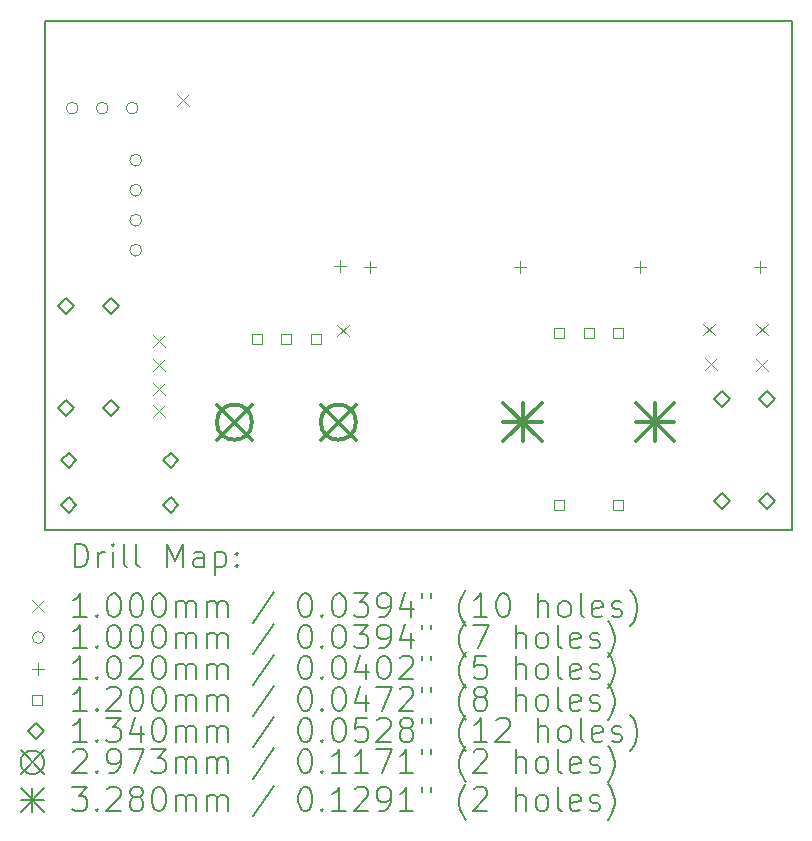
<source format=gbr>
%FSLAX45Y45*%
G04 Gerber Fmt 4.5, Leading zero omitted, Abs format (unit mm)*
G04 Created by KiCad (PCBNEW (6.0.4)) date 2022-04-25 16:11:08*
%MOMM*%
%LPD*%
G01*
G04 APERTURE LIST*
%TA.AperFunction,Profile*%
%ADD10C,0.200000*%
%TD*%
%ADD11C,0.200000*%
%ADD12C,0.100000*%
%ADD13C,0.102000*%
%ADD14C,0.120000*%
%ADD15C,0.134000*%
%ADD16C,0.297320*%
%ADD17C,0.328000*%
G04 APERTURE END LIST*
D10*
X1335000Y-1287725D02*
X7658000Y-1287725D01*
X7658000Y-1287725D02*
X7658000Y-5594000D01*
X7658000Y-5594000D02*
X1335000Y-5594000D01*
X1335000Y-5594000D02*
X1335000Y-1287725D01*
D11*
D12*
X2250000Y-3950000D02*
X2350000Y-4050000D01*
X2350000Y-3950000D02*
X2250000Y-4050000D01*
X2250000Y-4150000D02*
X2350000Y-4250000D01*
X2350000Y-4150000D02*
X2250000Y-4250000D01*
X2250000Y-4350000D02*
X2350000Y-4450000D01*
X2350000Y-4350000D02*
X2250000Y-4450000D01*
X2250000Y-4540000D02*
X2350000Y-4640000D01*
X2350000Y-4540000D02*
X2250000Y-4640000D01*
X2450000Y-1906000D02*
X2550000Y-2006000D01*
X2550000Y-1906000D02*
X2450000Y-2006000D01*
X3807462Y-3857412D02*
X3907462Y-3957412D01*
X3907462Y-3857412D02*
X3807462Y-3957412D01*
X6906926Y-3850000D02*
X7006926Y-3950000D01*
X7006926Y-3850000D02*
X6906926Y-3950000D01*
X6923000Y-4144000D02*
X7023000Y-4244000D01*
X7023000Y-4144000D02*
X6923000Y-4244000D01*
X7350000Y-3850000D02*
X7450000Y-3950000D01*
X7450000Y-3850000D02*
X7350000Y-3950000D01*
X7350000Y-4150000D02*
X7450000Y-4250000D01*
X7450000Y-4150000D02*
X7350000Y-4250000D01*
X1612382Y-2025000D02*
G75*
G03*
X1612382Y-2025000I-50000J0D01*
G01*
X1866382Y-2025000D02*
G75*
G03*
X1866382Y-2025000I-50000J0D01*
G01*
X2120382Y-2025000D02*
G75*
G03*
X2120382Y-2025000I-50000J0D01*
G01*
X2150000Y-2466000D02*
G75*
G03*
X2150000Y-2466000I-50000J0D01*
G01*
X2150000Y-2720000D02*
G75*
G03*
X2150000Y-2720000I-50000J0D01*
G01*
X2150000Y-2974000D02*
G75*
G03*
X2150000Y-2974000I-50000J0D01*
G01*
X2150000Y-3228000D02*
G75*
G03*
X2150000Y-3228000I-50000J0D01*
G01*
D13*
X3833000Y-3314000D02*
X3833000Y-3416000D01*
X3782000Y-3365000D02*
X3884000Y-3365000D01*
X4087000Y-3318000D02*
X4087000Y-3420000D01*
X4036000Y-3369000D02*
X4138000Y-3369000D01*
X5357000Y-3318000D02*
X5357000Y-3420000D01*
X5306000Y-3369000D02*
X5408000Y-3369000D01*
X6373000Y-3318000D02*
X6373000Y-3420000D01*
X6322000Y-3369000D02*
X6424000Y-3369000D01*
X7389000Y-3318000D02*
X7389000Y-3420000D01*
X7338000Y-3369000D02*
X7440000Y-3369000D01*
D14*
X3167809Y-4026427D02*
X3167809Y-3941573D01*
X3082955Y-3941573D01*
X3082955Y-4026427D01*
X3167809Y-4026427D01*
X3417809Y-4026427D02*
X3417809Y-3941573D01*
X3332955Y-3941573D01*
X3332955Y-4026427D01*
X3417809Y-4026427D01*
X3667809Y-4026427D02*
X3667809Y-3941573D01*
X3582955Y-3941573D01*
X3582955Y-4026427D01*
X3667809Y-4026427D01*
X5729809Y-3974427D02*
X5729809Y-3889573D01*
X5644955Y-3889573D01*
X5644955Y-3974427D01*
X5729809Y-3974427D01*
X5729809Y-5424427D02*
X5729809Y-5339573D01*
X5644955Y-5339573D01*
X5644955Y-5424427D01*
X5729809Y-5424427D01*
X5979809Y-3974427D02*
X5979809Y-3889573D01*
X5894955Y-3889573D01*
X5894955Y-3974427D01*
X5979809Y-3974427D01*
X6229809Y-3974427D02*
X6229809Y-3889573D01*
X6144955Y-3889573D01*
X6144955Y-3974427D01*
X6229809Y-3974427D01*
X6229809Y-5424427D02*
X6229809Y-5339573D01*
X6144955Y-5339573D01*
X6144955Y-5424427D01*
X6229809Y-5424427D01*
D15*
X1512132Y-3767000D02*
X1579132Y-3700000D01*
X1512132Y-3633000D01*
X1445132Y-3700000D01*
X1512132Y-3767000D01*
X1512132Y-4631000D02*
X1579132Y-4564000D01*
X1512132Y-4497000D01*
X1445132Y-4564000D01*
X1512132Y-4631000D01*
X1531382Y-5075250D02*
X1598382Y-5008250D01*
X1531382Y-4941250D01*
X1464382Y-5008250D01*
X1531382Y-5075250D01*
X1531382Y-5455250D02*
X1598382Y-5388250D01*
X1531382Y-5321250D01*
X1464382Y-5388250D01*
X1531382Y-5455250D01*
X1892132Y-3767000D02*
X1959132Y-3700000D01*
X1892132Y-3633000D01*
X1825132Y-3700000D01*
X1892132Y-3767000D01*
X1892132Y-4631000D02*
X1959132Y-4564000D01*
X1892132Y-4497000D01*
X1825132Y-4564000D01*
X1892132Y-4631000D01*
X2395382Y-5075250D02*
X2462382Y-5008250D01*
X2395382Y-4941250D01*
X2328382Y-5008250D01*
X2395382Y-5075250D01*
X2395382Y-5455250D02*
X2462382Y-5388250D01*
X2395382Y-5321250D01*
X2328382Y-5388250D01*
X2395382Y-5455250D01*
X7067382Y-4557000D02*
X7134382Y-4490000D01*
X7067382Y-4423000D01*
X7000382Y-4490000D01*
X7067382Y-4557000D01*
X7067382Y-5421000D02*
X7134382Y-5354000D01*
X7067382Y-5287000D01*
X7000382Y-5354000D01*
X7067382Y-5421000D01*
X7447382Y-4557000D02*
X7514382Y-4490000D01*
X7447382Y-4423000D01*
X7380382Y-4490000D01*
X7447382Y-4557000D01*
X7447382Y-5421000D02*
X7514382Y-5354000D01*
X7447382Y-5287000D01*
X7380382Y-5354000D01*
X7447382Y-5421000D01*
D16*
X2786722Y-4535340D02*
X3084042Y-4832660D01*
X3084042Y-4535340D02*
X2786722Y-4832660D01*
X3084042Y-4684000D02*
G75*
G03*
X3084042Y-4684000I-148660J0D01*
G01*
X3666722Y-4535340D02*
X3964042Y-4832660D01*
X3964042Y-4535340D02*
X3666722Y-4832660D01*
X3964042Y-4684000D02*
G75*
G03*
X3964042Y-4684000I-148660J0D01*
G01*
D17*
X5213382Y-4518000D02*
X5541382Y-4846000D01*
X5541382Y-4518000D02*
X5213382Y-4846000D01*
X5377382Y-4518000D02*
X5377382Y-4846000D01*
X5213382Y-4682000D02*
X5541382Y-4682000D01*
X6333382Y-4518000D02*
X6661382Y-4846000D01*
X6661382Y-4518000D02*
X6333382Y-4846000D01*
X6497382Y-4518000D02*
X6497382Y-4846000D01*
X6333382Y-4682000D02*
X6661382Y-4682000D01*
D11*
X1582619Y-5914476D02*
X1582619Y-5714476D01*
X1630238Y-5714476D01*
X1658809Y-5724000D01*
X1677857Y-5743048D01*
X1687381Y-5762095D01*
X1696905Y-5800190D01*
X1696905Y-5828762D01*
X1687381Y-5866857D01*
X1677857Y-5885905D01*
X1658809Y-5904952D01*
X1630238Y-5914476D01*
X1582619Y-5914476D01*
X1782619Y-5914476D02*
X1782619Y-5781143D01*
X1782619Y-5819238D02*
X1792143Y-5800190D01*
X1801667Y-5790667D01*
X1820714Y-5781143D01*
X1839762Y-5781143D01*
X1906428Y-5914476D02*
X1906428Y-5781143D01*
X1906428Y-5714476D02*
X1896905Y-5724000D01*
X1906428Y-5733524D01*
X1915952Y-5724000D01*
X1906428Y-5714476D01*
X1906428Y-5733524D01*
X2030238Y-5914476D02*
X2011190Y-5904952D01*
X2001667Y-5885905D01*
X2001667Y-5714476D01*
X2135000Y-5914476D02*
X2115952Y-5904952D01*
X2106429Y-5885905D01*
X2106429Y-5714476D01*
X2363571Y-5914476D02*
X2363571Y-5714476D01*
X2430238Y-5857333D01*
X2496905Y-5714476D01*
X2496905Y-5914476D01*
X2677857Y-5914476D02*
X2677857Y-5809714D01*
X2668333Y-5790667D01*
X2649286Y-5781143D01*
X2611190Y-5781143D01*
X2592143Y-5790667D01*
X2677857Y-5904952D02*
X2658810Y-5914476D01*
X2611190Y-5914476D01*
X2592143Y-5904952D01*
X2582619Y-5885905D01*
X2582619Y-5866857D01*
X2592143Y-5847809D01*
X2611190Y-5838286D01*
X2658810Y-5838286D01*
X2677857Y-5828762D01*
X2773095Y-5781143D02*
X2773095Y-5981143D01*
X2773095Y-5790667D02*
X2792143Y-5781143D01*
X2830238Y-5781143D01*
X2849286Y-5790667D01*
X2858809Y-5800190D01*
X2868333Y-5819238D01*
X2868333Y-5876381D01*
X2858809Y-5895428D01*
X2849286Y-5904952D01*
X2830238Y-5914476D01*
X2792143Y-5914476D01*
X2773095Y-5904952D01*
X2954048Y-5895428D02*
X2963571Y-5904952D01*
X2954048Y-5914476D01*
X2944524Y-5904952D01*
X2954048Y-5895428D01*
X2954048Y-5914476D01*
X2954048Y-5790667D02*
X2963571Y-5800190D01*
X2954048Y-5809714D01*
X2944524Y-5800190D01*
X2954048Y-5790667D01*
X2954048Y-5809714D01*
D12*
X1225000Y-6194000D02*
X1325000Y-6294000D01*
X1325000Y-6194000D02*
X1225000Y-6294000D01*
D11*
X1687381Y-6334476D02*
X1573095Y-6334476D01*
X1630238Y-6334476D02*
X1630238Y-6134476D01*
X1611190Y-6163048D01*
X1592143Y-6182095D01*
X1573095Y-6191619D01*
X1773095Y-6315428D02*
X1782619Y-6324952D01*
X1773095Y-6334476D01*
X1763571Y-6324952D01*
X1773095Y-6315428D01*
X1773095Y-6334476D01*
X1906428Y-6134476D02*
X1925476Y-6134476D01*
X1944524Y-6144000D01*
X1954048Y-6153524D01*
X1963571Y-6172571D01*
X1973095Y-6210667D01*
X1973095Y-6258286D01*
X1963571Y-6296381D01*
X1954048Y-6315428D01*
X1944524Y-6324952D01*
X1925476Y-6334476D01*
X1906428Y-6334476D01*
X1887381Y-6324952D01*
X1877857Y-6315428D01*
X1868333Y-6296381D01*
X1858809Y-6258286D01*
X1858809Y-6210667D01*
X1868333Y-6172571D01*
X1877857Y-6153524D01*
X1887381Y-6144000D01*
X1906428Y-6134476D01*
X2096905Y-6134476D02*
X2115952Y-6134476D01*
X2135000Y-6144000D01*
X2144524Y-6153524D01*
X2154048Y-6172571D01*
X2163571Y-6210667D01*
X2163571Y-6258286D01*
X2154048Y-6296381D01*
X2144524Y-6315428D01*
X2135000Y-6324952D01*
X2115952Y-6334476D01*
X2096905Y-6334476D01*
X2077857Y-6324952D01*
X2068333Y-6315428D01*
X2058809Y-6296381D01*
X2049286Y-6258286D01*
X2049286Y-6210667D01*
X2058809Y-6172571D01*
X2068333Y-6153524D01*
X2077857Y-6144000D01*
X2096905Y-6134476D01*
X2287381Y-6134476D02*
X2306429Y-6134476D01*
X2325476Y-6144000D01*
X2335000Y-6153524D01*
X2344524Y-6172571D01*
X2354048Y-6210667D01*
X2354048Y-6258286D01*
X2344524Y-6296381D01*
X2335000Y-6315428D01*
X2325476Y-6324952D01*
X2306429Y-6334476D01*
X2287381Y-6334476D01*
X2268333Y-6324952D01*
X2258810Y-6315428D01*
X2249286Y-6296381D01*
X2239762Y-6258286D01*
X2239762Y-6210667D01*
X2249286Y-6172571D01*
X2258810Y-6153524D01*
X2268333Y-6144000D01*
X2287381Y-6134476D01*
X2439762Y-6334476D02*
X2439762Y-6201143D01*
X2439762Y-6220190D02*
X2449286Y-6210667D01*
X2468333Y-6201143D01*
X2496905Y-6201143D01*
X2515952Y-6210667D01*
X2525476Y-6229714D01*
X2525476Y-6334476D01*
X2525476Y-6229714D02*
X2535000Y-6210667D01*
X2554048Y-6201143D01*
X2582619Y-6201143D01*
X2601667Y-6210667D01*
X2611190Y-6229714D01*
X2611190Y-6334476D01*
X2706429Y-6334476D02*
X2706429Y-6201143D01*
X2706429Y-6220190D02*
X2715952Y-6210667D01*
X2735000Y-6201143D01*
X2763571Y-6201143D01*
X2782619Y-6210667D01*
X2792143Y-6229714D01*
X2792143Y-6334476D01*
X2792143Y-6229714D02*
X2801667Y-6210667D01*
X2820714Y-6201143D01*
X2849286Y-6201143D01*
X2868333Y-6210667D01*
X2877857Y-6229714D01*
X2877857Y-6334476D01*
X3268333Y-6124952D02*
X3096905Y-6382095D01*
X3525476Y-6134476D02*
X3544524Y-6134476D01*
X3563571Y-6144000D01*
X3573095Y-6153524D01*
X3582619Y-6172571D01*
X3592143Y-6210667D01*
X3592143Y-6258286D01*
X3582619Y-6296381D01*
X3573095Y-6315428D01*
X3563571Y-6324952D01*
X3544524Y-6334476D01*
X3525476Y-6334476D01*
X3506428Y-6324952D01*
X3496905Y-6315428D01*
X3487381Y-6296381D01*
X3477857Y-6258286D01*
X3477857Y-6210667D01*
X3487381Y-6172571D01*
X3496905Y-6153524D01*
X3506428Y-6144000D01*
X3525476Y-6134476D01*
X3677857Y-6315428D02*
X3687381Y-6324952D01*
X3677857Y-6334476D01*
X3668333Y-6324952D01*
X3677857Y-6315428D01*
X3677857Y-6334476D01*
X3811190Y-6134476D02*
X3830238Y-6134476D01*
X3849286Y-6144000D01*
X3858809Y-6153524D01*
X3868333Y-6172571D01*
X3877857Y-6210667D01*
X3877857Y-6258286D01*
X3868333Y-6296381D01*
X3858809Y-6315428D01*
X3849286Y-6324952D01*
X3830238Y-6334476D01*
X3811190Y-6334476D01*
X3792143Y-6324952D01*
X3782619Y-6315428D01*
X3773095Y-6296381D01*
X3763571Y-6258286D01*
X3763571Y-6210667D01*
X3773095Y-6172571D01*
X3782619Y-6153524D01*
X3792143Y-6144000D01*
X3811190Y-6134476D01*
X3944524Y-6134476D02*
X4068333Y-6134476D01*
X4001667Y-6210667D01*
X4030238Y-6210667D01*
X4049286Y-6220190D01*
X4058809Y-6229714D01*
X4068333Y-6248762D01*
X4068333Y-6296381D01*
X4058809Y-6315428D01*
X4049286Y-6324952D01*
X4030238Y-6334476D01*
X3973095Y-6334476D01*
X3954048Y-6324952D01*
X3944524Y-6315428D01*
X4163571Y-6334476D02*
X4201667Y-6334476D01*
X4220714Y-6324952D01*
X4230238Y-6315428D01*
X4249286Y-6286857D01*
X4258810Y-6248762D01*
X4258810Y-6172571D01*
X4249286Y-6153524D01*
X4239762Y-6144000D01*
X4220714Y-6134476D01*
X4182619Y-6134476D01*
X4163571Y-6144000D01*
X4154048Y-6153524D01*
X4144524Y-6172571D01*
X4144524Y-6220190D01*
X4154048Y-6239238D01*
X4163571Y-6248762D01*
X4182619Y-6258286D01*
X4220714Y-6258286D01*
X4239762Y-6248762D01*
X4249286Y-6239238D01*
X4258810Y-6220190D01*
X4430238Y-6201143D02*
X4430238Y-6334476D01*
X4382619Y-6124952D02*
X4335000Y-6267809D01*
X4458810Y-6267809D01*
X4525476Y-6134476D02*
X4525476Y-6172571D01*
X4601667Y-6134476D02*
X4601667Y-6172571D01*
X4896905Y-6410667D02*
X4887381Y-6401143D01*
X4868333Y-6372571D01*
X4858810Y-6353524D01*
X4849286Y-6324952D01*
X4839762Y-6277333D01*
X4839762Y-6239238D01*
X4849286Y-6191619D01*
X4858810Y-6163048D01*
X4868333Y-6144000D01*
X4887381Y-6115428D01*
X4896905Y-6105905D01*
X5077857Y-6334476D02*
X4963571Y-6334476D01*
X5020714Y-6334476D02*
X5020714Y-6134476D01*
X5001667Y-6163048D01*
X4982619Y-6182095D01*
X4963571Y-6191619D01*
X5201667Y-6134476D02*
X5220714Y-6134476D01*
X5239762Y-6144000D01*
X5249286Y-6153524D01*
X5258810Y-6172571D01*
X5268333Y-6210667D01*
X5268333Y-6258286D01*
X5258810Y-6296381D01*
X5249286Y-6315428D01*
X5239762Y-6324952D01*
X5220714Y-6334476D01*
X5201667Y-6334476D01*
X5182619Y-6324952D01*
X5173095Y-6315428D01*
X5163571Y-6296381D01*
X5154048Y-6258286D01*
X5154048Y-6210667D01*
X5163571Y-6172571D01*
X5173095Y-6153524D01*
X5182619Y-6144000D01*
X5201667Y-6134476D01*
X5506429Y-6334476D02*
X5506429Y-6134476D01*
X5592143Y-6334476D02*
X5592143Y-6229714D01*
X5582619Y-6210667D01*
X5563571Y-6201143D01*
X5535000Y-6201143D01*
X5515952Y-6210667D01*
X5506429Y-6220190D01*
X5715952Y-6334476D02*
X5696905Y-6324952D01*
X5687381Y-6315428D01*
X5677857Y-6296381D01*
X5677857Y-6239238D01*
X5687381Y-6220190D01*
X5696905Y-6210667D01*
X5715952Y-6201143D01*
X5744524Y-6201143D01*
X5763571Y-6210667D01*
X5773095Y-6220190D01*
X5782619Y-6239238D01*
X5782619Y-6296381D01*
X5773095Y-6315428D01*
X5763571Y-6324952D01*
X5744524Y-6334476D01*
X5715952Y-6334476D01*
X5896905Y-6334476D02*
X5877857Y-6324952D01*
X5868333Y-6305905D01*
X5868333Y-6134476D01*
X6049286Y-6324952D02*
X6030238Y-6334476D01*
X5992143Y-6334476D01*
X5973095Y-6324952D01*
X5963571Y-6305905D01*
X5963571Y-6229714D01*
X5973095Y-6210667D01*
X5992143Y-6201143D01*
X6030238Y-6201143D01*
X6049286Y-6210667D01*
X6058809Y-6229714D01*
X6058809Y-6248762D01*
X5963571Y-6267809D01*
X6135000Y-6324952D02*
X6154048Y-6334476D01*
X6192143Y-6334476D01*
X6211190Y-6324952D01*
X6220714Y-6305905D01*
X6220714Y-6296381D01*
X6211190Y-6277333D01*
X6192143Y-6267809D01*
X6163571Y-6267809D01*
X6144524Y-6258286D01*
X6135000Y-6239238D01*
X6135000Y-6229714D01*
X6144524Y-6210667D01*
X6163571Y-6201143D01*
X6192143Y-6201143D01*
X6211190Y-6210667D01*
X6287381Y-6410667D02*
X6296905Y-6401143D01*
X6315952Y-6372571D01*
X6325476Y-6353524D01*
X6335000Y-6324952D01*
X6344524Y-6277333D01*
X6344524Y-6239238D01*
X6335000Y-6191619D01*
X6325476Y-6163048D01*
X6315952Y-6144000D01*
X6296905Y-6115428D01*
X6287381Y-6105905D01*
D12*
X1325000Y-6508000D02*
G75*
G03*
X1325000Y-6508000I-50000J0D01*
G01*
D11*
X1687381Y-6598476D02*
X1573095Y-6598476D01*
X1630238Y-6598476D02*
X1630238Y-6398476D01*
X1611190Y-6427048D01*
X1592143Y-6446095D01*
X1573095Y-6455619D01*
X1773095Y-6579428D02*
X1782619Y-6588952D01*
X1773095Y-6598476D01*
X1763571Y-6588952D01*
X1773095Y-6579428D01*
X1773095Y-6598476D01*
X1906428Y-6398476D02*
X1925476Y-6398476D01*
X1944524Y-6408000D01*
X1954048Y-6417524D01*
X1963571Y-6436571D01*
X1973095Y-6474667D01*
X1973095Y-6522286D01*
X1963571Y-6560381D01*
X1954048Y-6579428D01*
X1944524Y-6588952D01*
X1925476Y-6598476D01*
X1906428Y-6598476D01*
X1887381Y-6588952D01*
X1877857Y-6579428D01*
X1868333Y-6560381D01*
X1858809Y-6522286D01*
X1858809Y-6474667D01*
X1868333Y-6436571D01*
X1877857Y-6417524D01*
X1887381Y-6408000D01*
X1906428Y-6398476D01*
X2096905Y-6398476D02*
X2115952Y-6398476D01*
X2135000Y-6408000D01*
X2144524Y-6417524D01*
X2154048Y-6436571D01*
X2163571Y-6474667D01*
X2163571Y-6522286D01*
X2154048Y-6560381D01*
X2144524Y-6579428D01*
X2135000Y-6588952D01*
X2115952Y-6598476D01*
X2096905Y-6598476D01*
X2077857Y-6588952D01*
X2068333Y-6579428D01*
X2058809Y-6560381D01*
X2049286Y-6522286D01*
X2049286Y-6474667D01*
X2058809Y-6436571D01*
X2068333Y-6417524D01*
X2077857Y-6408000D01*
X2096905Y-6398476D01*
X2287381Y-6398476D02*
X2306429Y-6398476D01*
X2325476Y-6408000D01*
X2335000Y-6417524D01*
X2344524Y-6436571D01*
X2354048Y-6474667D01*
X2354048Y-6522286D01*
X2344524Y-6560381D01*
X2335000Y-6579428D01*
X2325476Y-6588952D01*
X2306429Y-6598476D01*
X2287381Y-6598476D01*
X2268333Y-6588952D01*
X2258810Y-6579428D01*
X2249286Y-6560381D01*
X2239762Y-6522286D01*
X2239762Y-6474667D01*
X2249286Y-6436571D01*
X2258810Y-6417524D01*
X2268333Y-6408000D01*
X2287381Y-6398476D01*
X2439762Y-6598476D02*
X2439762Y-6465143D01*
X2439762Y-6484190D02*
X2449286Y-6474667D01*
X2468333Y-6465143D01*
X2496905Y-6465143D01*
X2515952Y-6474667D01*
X2525476Y-6493714D01*
X2525476Y-6598476D01*
X2525476Y-6493714D02*
X2535000Y-6474667D01*
X2554048Y-6465143D01*
X2582619Y-6465143D01*
X2601667Y-6474667D01*
X2611190Y-6493714D01*
X2611190Y-6598476D01*
X2706429Y-6598476D02*
X2706429Y-6465143D01*
X2706429Y-6484190D02*
X2715952Y-6474667D01*
X2735000Y-6465143D01*
X2763571Y-6465143D01*
X2782619Y-6474667D01*
X2792143Y-6493714D01*
X2792143Y-6598476D01*
X2792143Y-6493714D02*
X2801667Y-6474667D01*
X2820714Y-6465143D01*
X2849286Y-6465143D01*
X2868333Y-6474667D01*
X2877857Y-6493714D01*
X2877857Y-6598476D01*
X3268333Y-6388952D02*
X3096905Y-6646095D01*
X3525476Y-6398476D02*
X3544524Y-6398476D01*
X3563571Y-6408000D01*
X3573095Y-6417524D01*
X3582619Y-6436571D01*
X3592143Y-6474667D01*
X3592143Y-6522286D01*
X3582619Y-6560381D01*
X3573095Y-6579428D01*
X3563571Y-6588952D01*
X3544524Y-6598476D01*
X3525476Y-6598476D01*
X3506428Y-6588952D01*
X3496905Y-6579428D01*
X3487381Y-6560381D01*
X3477857Y-6522286D01*
X3477857Y-6474667D01*
X3487381Y-6436571D01*
X3496905Y-6417524D01*
X3506428Y-6408000D01*
X3525476Y-6398476D01*
X3677857Y-6579428D02*
X3687381Y-6588952D01*
X3677857Y-6598476D01*
X3668333Y-6588952D01*
X3677857Y-6579428D01*
X3677857Y-6598476D01*
X3811190Y-6398476D02*
X3830238Y-6398476D01*
X3849286Y-6408000D01*
X3858809Y-6417524D01*
X3868333Y-6436571D01*
X3877857Y-6474667D01*
X3877857Y-6522286D01*
X3868333Y-6560381D01*
X3858809Y-6579428D01*
X3849286Y-6588952D01*
X3830238Y-6598476D01*
X3811190Y-6598476D01*
X3792143Y-6588952D01*
X3782619Y-6579428D01*
X3773095Y-6560381D01*
X3763571Y-6522286D01*
X3763571Y-6474667D01*
X3773095Y-6436571D01*
X3782619Y-6417524D01*
X3792143Y-6408000D01*
X3811190Y-6398476D01*
X3944524Y-6398476D02*
X4068333Y-6398476D01*
X4001667Y-6474667D01*
X4030238Y-6474667D01*
X4049286Y-6484190D01*
X4058809Y-6493714D01*
X4068333Y-6512762D01*
X4068333Y-6560381D01*
X4058809Y-6579428D01*
X4049286Y-6588952D01*
X4030238Y-6598476D01*
X3973095Y-6598476D01*
X3954048Y-6588952D01*
X3944524Y-6579428D01*
X4163571Y-6598476D02*
X4201667Y-6598476D01*
X4220714Y-6588952D01*
X4230238Y-6579428D01*
X4249286Y-6550857D01*
X4258810Y-6512762D01*
X4258810Y-6436571D01*
X4249286Y-6417524D01*
X4239762Y-6408000D01*
X4220714Y-6398476D01*
X4182619Y-6398476D01*
X4163571Y-6408000D01*
X4154048Y-6417524D01*
X4144524Y-6436571D01*
X4144524Y-6484190D01*
X4154048Y-6503238D01*
X4163571Y-6512762D01*
X4182619Y-6522286D01*
X4220714Y-6522286D01*
X4239762Y-6512762D01*
X4249286Y-6503238D01*
X4258810Y-6484190D01*
X4430238Y-6465143D02*
X4430238Y-6598476D01*
X4382619Y-6388952D02*
X4335000Y-6531809D01*
X4458810Y-6531809D01*
X4525476Y-6398476D02*
X4525476Y-6436571D01*
X4601667Y-6398476D02*
X4601667Y-6436571D01*
X4896905Y-6674667D02*
X4887381Y-6665143D01*
X4868333Y-6636571D01*
X4858810Y-6617524D01*
X4849286Y-6588952D01*
X4839762Y-6541333D01*
X4839762Y-6503238D01*
X4849286Y-6455619D01*
X4858810Y-6427048D01*
X4868333Y-6408000D01*
X4887381Y-6379428D01*
X4896905Y-6369905D01*
X4954048Y-6398476D02*
X5087381Y-6398476D01*
X5001667Y-6598476D01*
X5315952Y-6598476D02*
X5315952Y-6398476D01*
X5401667Y-6598476D02*
X5401667Y-6493714D01*
X5392143Y-6474667D01*
X5373095Y-6465143D01*
X5344524Y-6465143D01*
X5325476Y-6474667D01*
X5315952Y-6484190D01*
X5525476Y-6598476D02*
X5506429Y-6588952D01*
X5496905Y-6579428D01*
X5487381Y-6560381D01*
X5487381Y-6503238D01*
X5496905Y-6484190D01*
X5506429Y-6474667D01*
X5525476Y-6465143D01*
X5554048Y-6465143D01*
X5573095Y-6474667D01*
X5582619Y-6484190D01*
X5592143Y-6503238D01*
X5592143Y-6560381D01*
X5582619Y-6579428D01*
X5573095Y-6588952D01*
X5554048Y-6598476D01*
X5525476Y-6598476D01*
X5706428Y-6598476D02*
X5687381Y-6588952D01*
X5677857Y-6569905D01*
X5677857Y-6398476D01*
X5858809Y-6588952D02*
X5839762Y-6598476D01*
X5801667Y-6598476D01*
X5782619Y-6588952D01*
X5773095Y-6569905D01*
X5773095Y-6493714D01*
X5782619Y-6474667D01*
X5801667Y-6465143D01*
X5839762Y-6465143D01*
X5858809Y-6474667D01*
X5868333Y-6493714D01*
X5868333Y-6512762D01*
X5773095Y-6531809D01*
X5944524Y-6588952D02*
X5963571Y-6598476D01*
X6001667Y-6598476D01*
X6020714Y-6588952D01*
X6030238Y-6569905D01*
X6030238Y-6560381D01*
X6020714Y-6541333D01*
X6001667Y-6531809D01*
X5973095Y-6531809D01*
X5954048Y-6522286D01*
X5944524Y-6503238D01*
X5944524Y-6493714D01*
X5954048Y-6474667D01*
X5973095Y-6465143D01*
X6001667Y-6465143D01*
X6020714Y-6474667D01*
X6096905Y-6674667D02*
X6106428Y-6665143D01*
X6125476Y-6636571D01*
X6135000Y-6617524D01*
X6144524Y-6588952D01*
X6154048Y-6541333D01*
X6154048Y-6503238D01*
X6144524Y-6455619D01*
X6135000Y-6427048D01*
X6125476Y-6408000D01*
X6106428Y-6379428D01*
X6096905Y-6369905D01*
D13*
X1274000Y-6721000D02*
X1274000Y-6823000D01*
X1223000Y-6772000D02*
X1325000Y-6772000D01*
D11*
X1687381Y-6862476D02*
X1573095Y-6862476D01*
X1630238Y-6862476D02*
X1630238Y-6662476D01*
X1611190Y-6691048D01*
X1592143Y-6710095D01*
X1573095Y-6719619D01*
X1773095Y-6843428D02*
X1782619Y-6852952D01*
X1773095Y-6862476D01*
X1763571Y-6852952D01*
X1773095Y-6843428D01*
X1773095Y-6862476D01*
X1906428Y-6662476D02*
X1925476Y-6662476D01*
X1944524Y-6672000D01*
X1954048Y-6681524D01*
X1963571Y-6700571D01*
X1973095Y-6738667D01*
X1973095Y-6786286D01*
X1963571Y-6824381D01*
X1954048Y-6843428D01*
X1944524Y-6852952D01*
X1925476Y-6862476D01*
X1906428Y-6862476D01*
X1887381Y-6852952D01*
X1877857Y-6843428D01*
X1868333Y-6824381D01*
X1858809Y-6786286D01*
X1858809Y-6738667D01*
X1868333Y-6700571D01*
X1877857Y-6681524D01*
X1887381Y-6672000D01*
X1906428Y-6662476D01*
X2049286Y-6681524D02*
X2058809Y-6672000D01*
X2077857Y-6662476D01*
X2125476Y-6662476D01*
X2144524Y-6672000D01*
X2154048Y-6681524D01*
X2163571Y-6700571D01*
X2163571Y-6719619D01*
X2154048Y-6748190D01*
X2039762Y-6862476D01*
X2163571Y-6862476D01*
X2287381Y-6662476D02*
X2306429Y-6662476D01*
X2325476Y-6672000D01*
X2335000Y-6681524D01*
X2344524Y-6700571D01*
X2354048Y-6738667D01*
X2354048Y-6786286D01*
X2344524Y-6824381D01*
X2335000Y-6843428D01*
X2325476Y-6852952D01*
X2306429Y-6862476D01*
X2287381Y-6862476D01*
X2268333Y-6852952D01*
X2258810Y-6843428D01*
X2249286Y-6824381D01*
X2239762Y-6786286D01*
X2239762Y-6738667D01*
X2249286Y-6700571D01*
X2258810Y-6681524D01*
X2268333Y-6672000D01*
X2287381Y-6662476D01*
X2439762Y-6862476D02*
X2439762Y-6729143D01*
X2439762Y-6748190D02*
X2449286Y-6738667D01*
X2468333Y-6729143D01*
X2496905Y-6729143D01*
X2515952Y-6738667D01*
X2525476Y-6757714D01*
X2525476Y-6862476D01*
X2525476Y-6757714D02*
X2535000Y-6738667D01*
X2554048Y-6729143D01*
X2582619Y-6729143D01*
X2601667Y-6738667D01*
X2611190Y-6757714D01*
X2611190Y-6862476D01*
X2706429Y-6862476D02*
X2706429Y-6729143D01*
X2706429Y-6748190D02*
X2715952Y-6738667D01*
X2735000Y-6729143D01*
X2763571Y-6729143D01*
X2782619Y-6738667D01*
X2792143Y-6757714D01*
X2792143Y-6862476D01*
X2792143Y-6757714D02*
X2801667Y-6738667D01*
X2820714Y-6729143D01*
X2849286Y-6729143D01*
X2868333Y-6738667D01*
X2877857Y-6757714D01*
X2877857Y-6862476D01*
X3268333Y-6652952D02*
X3096905Y-6910095D01*
X3525476Y-6662476D02*
X3544524Y-6662476D01*
X3563571Y-6672000D01*
X3573095Y-6681524D01*
X3582619Y-6700571D01*
X3592143Y-6738667D01*
X3592143Y-6786286D01*
X3582619Y-6824381D01*
X3573095Y-6843428D01*
X3563571Y-6852952D01*
X3544524Y-6862476D01*
X3525476Y-6862476D01*
X3506428Y-6852952D01*
X3496905Y-6843428D01*
X3487381Y-6824381D01*
X3477857Y-6786286D01*
X3477857Y-6738667D01*
X3487381Y-6700571D01*
X3496905Y-6681524D01*
X3506428Y-6672000D01*
X3525476Y-6662476D01*
X3677857Y-6843428D02*
X3687381Y-6852952D01*
X3677857Y-6862476D01*
X3668333Y-6852952D01*
X3677857Y-6843428D01*
X3677857Y-6862476D01*
X3811190Y-6662476D02*
X3830238Y-6662476D01*
X3849286Y-6672000D01*
X3858809Y-6681524D01*
X3868333Y-6700571D01*
X3877857Y-6738667D01*
X3877857Y-6786286D01*
X3868333Y-6824381D01*
X3858809Y-6843428D01*
X3849286Y-6852952D01*
X3830238Y-6862476D01*
X3811190Y-6862476D01*
X3792143Y-6852952D01*
X3782619Y-6843428D01*
X3773095Y-6824381D01*
X3763571Y-6786286D01*
X3763571Y-6738667D01*
X3773095Y-6700571D01*
X3782619Y-6681524D01*
X3792143Y-6672000D01*
X3811190Y-6662476D01*
X4049286Y-6729143D02*
X4049286Y-6862476D01*
X4001667Y-6652952D02*
X3954048Y-6795809D01*
X4077857Y-6795809D01*
X4192143Y-6662476D02*
X4211190Y-6662476D01*
X4230238Y-6672000D01*
X4239762Y-6681524D01*
X4249286Y-6700571D01*
X4258810Y-6738667D01*
X4258810Y-6786286D01*
X4249286Y-6824381D01*
X4239762Y-6843428D01*
X4230238Y-6852952D01*
X4211190Y-6862476D01*
X4192143Y-6862476D01*
X4173095Y-6852952D01*
X4163571Y-6843428D01*
X4154048Y-6824381D01*
X4144524Y-6786286D01*
X4144524Y-6738667D01*
X4154048Y-6700571D01*
X4163571Y-6681524D01*
X4173095Y-6672000D01*
X4192143Y-6662476D01*
X4335000Y-6681524D02*
X4344524Y-6672000D01*
X4363571Y-6662476D01*
X4411190Y-6662476D01*
X4430238Y-6672000D01*
X4439762Y-6681524D01*
X4449286Y-6700571D01*
X4449286Y-6719619D01*
X4439762Y-6748190D01*
X4325476Y-6862476D01*
X4449286Y-6862476D01*
X4525476Y-6662476D02*
X4525476Y-6700571D01*
X4601667Y-6662476D02*
X4601667Y-6700571D01*
X4896905Y-6938667D02*
X4887381Y-6929143D01*
X4868333Y-6900571D01*
X4858810Y-6881524D01*
X4849286Y-6852952D01*
X4839762Y-6805333D01*
X4839762Y-6767238D01*
X4849286Y-6719619D01*
X4858810Y-6691048D01*
X4868333Y-6672000D01*
X4887381Y-6643428D01*
X4896905Y-6633905D01*
X5068333Y-6662476D02*
X4973095Y-6662476D01*
X4963571Y-6757714D01*
X4973095Y-6748190D01*
X4992143Y-6738667D01*
X5039762Y-6738667D01*
X5058810Y-6748190D01*
X5068333Y-6757714D01*
X5077857Y-6776762D01*
X5077857Y-6824381D01*
X5068333Y-6843428D01*
X5058810Y-6852952D01*
X5039762Y-6862476D01*
X4992143Y-6862476D01*
X4973095Y-6852952D01*
X4963571Y-6843428D01*
X5315952Y-6862476D02*
X5315952Y-6662476D01*
X5401667Y-6862476D02*
X5401667Y-6757714D01*
X5392143Y-6738667D01*
X5373095Y-6729143D01*
X5344524Y-6729143D01*
X5325476Y-6738667D01*
X5315952Y-6748190D01*
X5525476Y-6862476D02*
X5506429Y-6852952D01*
X5496905Y-6843428D01*
X5487381Y-6824381D01*
X5487381Y-6767238D01*
X5496905Y-6748190D01*
X5506429Y-6738667D01*
X5525476Y-6729143D01*
X5554048Y-6729143D01*
X5573095Y-6738667D01*
X5582619Y-6748190D01*
X5592143Y-6767238D01*
X5592143Y-6824381D01*
X5582619Y-6843428D01*
X5573095Y-6852952D01*
X5554048Y-6862476D01*
X5525476Y-6862476D01*
X5706428Y-6862476D02*
X5687381Y-6852952D01*
X5677857Y-6833905D01*
X5677857Y-6662476D01*
X5858809Y-6852952D02*
X5839762Y-6862476D01*
X5801667Y-6862476D01*
X5782619Y-6852952D01*
X5773095Y-6833905D01*
X5773095Y-6757714D01*
X5782619Y-6738667D01*
X5801667Y-6729143D01*
X5839762Y-6729143D01*
X5858809Y-6738667D01*
X5868333Y-6757714D01*
X5868333Y-6776762D01*
X5773095Y-6795809D01*
X5944524Y-6852952D02*
X5963571Y-6862476D01*
X6001667Y-6862476D01*
X6020714Y-6852952D01*
X6030238Y-6833905D01*
X6030238Y-6824381D01*
X6020714Y-6805333D01*
X6001667Y-6795809D01*
X5973095Y-6795809D01*
X5954048Y-6786286D01*
X5944524Y-6767238D01*
X5944524Y-6757714D01*
X5954048Y-6738667D01*
X5973095Y-6729143D01*
X6001667Y-6729143D01*
X6020714Y-6738667D01*
X6096905Y-6938667D02*
X6106428Y-6929143D01*
X6125476Y-6900571D01*
X6135000Y-6881524D01*
X6144524Y-6852952D01*
X6154048Y-6805333D01*
X6154048Y-6767238D01*
X6144524Y-6719619D01*
X6135000Y-6691048D01*
X6125476Y-6672000D01*
X6106428Y-6643428D01*
X6096905Y-6633905D01*
D14*
X1307427Y-7078427D02*
X1307427Y-6993573D01*
X1222573Y-6993573D01*
X1222573Y-7078427D01*
X1307427Y-7078427D01*
D11*
X1687381Y-7126476D02*
X1573095Y-7126476D01*
X1630238Y-7126476D02*
X1630238Y-6926476D01*
X1611190Y-6955048D01*
X1592143Y-6974095D01*
X1573095Y-6983619D01*
X1773095Y-7107428D02*
X1782619Y-7116952D01*
X1773095Y-7126476D01*
X1763571Y-7116952D01*
X1773095Y-7107428D01*
X1773095Y-7126476D01*
X1858809Y-6945524D02*
X1868333Y-6936000D01*
X1887381Y-6926476D01*
X1935000Y-6926476D01*
X1954048Y-6936000D01*
X1963571Y-6945524D01*
X1973095Y-6964571D01*
X1973095Y-6983619D01*
X1963571Y-7012190D01*
X1849286Y-7126476D01*
X1973095Y-7126476D01*
X2096905Y-6926476D02*
X2115952Y-6926476D01*
X2135000Y-6936000D01*
X2144524Y-6945524D01*
X2154048Y-6964571D01*
X2163571Y-7002667D01*
X2163571Y-7050286D01*
X2154048Y-7088381D01*
X2144524Y-7107428D01*
X2135000Y-7116952D01*
X2115952Y-7126476D01*
X2096905Y-7126476D01*
X2077857Y-7116952D01*
X2068333Y-7107428D01*
X2058809Y-7088381D01*
X2049286Y-7050286D01*
X2049286Y-7002667D01*
X2058809Y-6964571D01*
X2068333Y-6945524D01*
X2077857Y-6936000D01*
X2096905Y-6926476D01*
X2287381Y-6926476D02*
X2306429Y-6926476D01*
X2325476Y-6936000D01*
X2335000Y-6945524D01*
X2344524Y-6964571D01*
X2354048Y-7002667D01*
X2354048Y-7050286D01*
X2344524Y-7088381D01*
X2335000Y-7107428D01*
X2325476Y-7116952D01*
X2306429Y-7126476D01*
X2287381Y-7126476D01*
X2268333Y-7116952D01*
X2258810Y-7107428D01*
X2249286Y-7088381D01*
X2239762Y-7050286D01*
X2239762Y-7002667D01*
X2249286Y-6964571D01*
X2258810Y-6945524D01*
X2268333Y-6936000D01*
X2287381Y-6926476D01*
X2439762Y-7126476D02*
X2439762Y-6993143D01*
X2439762Y-7012190D02*
X2449286Y-7002667D01*
X2468333Y-6993143D01*
X2496905Y-6993143D01*
X2515952Y-7002667D01*
X2525476Y-7021714D01*
X2525476Y-7126476D01*
X2525476Y-7021714D02*
X2535000Y-7002667D01*
X2554048Y-6993143D01*
X2582619Y-6993143D01*
X2601667Y-7002667D01*
X2611190Y-7021714D01*
X2611190Y-7126476D01*
X2706429Y-7126476D02*
X2706429Y-6993143D01*
X2706429Y-7012190D02*
X2715952Y-7002667D01*
X2735000Y-6993143D01*
X2763571Y-6993143D01*
X2782619Y-7002667D01*
X2792143Y-7021714D01*
X2792143Y-7126476D01*
X2792143Y-7021714D02*
X2801667Y-7002667D01*
X2820714Y-6993143D01*
X2849286Y-6993143D01*
X2868333Y-7002667D01*
X2877857Y-7021714D01*
X2877857Y-7126476D01*
X3268333Y-6916952D02*
X3096905Y-7174095D01*
X3525476Y-6926476D02*
X3544524Y-6926476D01*
X3563571Y-6936000D01*
X3573095Y-6945524D01*
X3582619Y-6964571D01*
X3592143Y-7002667D01*
X3592143Y-7050286D01*
X3582619Y-7088381D01*
X3573095Y-7107428D01*
X3563571Y-7116952D01*
X3544524Y-7126476D01*
X3525476Y-7126476D01*
X3506428Y-7116952D01*
X3496905Y-7107428D01*
X3487381Y-7088381D01*
X3477857Y-7050286D01*
X3477857Y-7002667D01*
X3487381Y-6964571D01*
X3496905Y-6945524D01*
X3506428Y-6936000D01*
X3525476Y-6926476D01*
X3677857Y-7107428D02*
X3687381Y-7116952D01*
X3677857Y-7126476D01*
X3668333Y-7116952D01*
X3677857Y-7107428D01*
X3677857Y-7126476D01*
X3811190Y-6926476D02*
X3830238Y-6926476D01*
X3849286Y-6936000D01*
X3858809Y-6945524D01*
X3868333Y-6964571D01*
X3877857Y-7002667D01*
X3877857Y-7050286D01*
X3868333Y-7088381D01*
X3858809Y-7107428D01*
X3849286Y-7116952D01*
X3830238Y-7126476D01*
X3811190Y-7126476D01*
X3792143Y-7116952D01*
X3782619Y-7107428D01*
X3773095Y-7088381D01*
X3763571Y-7050286D01*
X3763571Y-7002667D01*
X3773095Y-6964571D01*
X3782619Y-6945524D01*
X3792143Y-6936000D01*
X3811190Y-6926476D01*
X4049286Y-6993143D02*
X4049286Y-7126476D01*
X4001667Y-6916952D02*
X3954048Y-7059809D01*
X4077857Y-7059809D01*
X4135000Y-6926476D02*
X4268333Y-6926476D01*
X4182619Y-7126476D01*
X4335000Y-6945524D02*
X4344524Y-6936000D01*
X4363571Y-6926476D01*
X4411190Y-6926476D01*
X4430238Y-6936000D01*
X4439762Y-6945524D01*
X4449286Y-6964571D01*
X4449286Y-6983619D01*
X4439762Y-7012190D01*
X4325476Y-7126476D01*
X4449286Y-7126476D01*
X4525476Y-6926476D02*
X4525476Y-6964571D01*
X4601667Y-6926476D02*
X4601667Y-6964571D01*
X4896905Y-7202667D02*
X4887381Y-7193143D01*
X4868333Y-7164571D01*
X4858810Y-7145524D01*
X4849286Y-7116952D01*
X4839762Y-7069333D01*
X4839762Y-7031238D01*
X4849286Y-6983619D01*
X4858810Y-6955048D01*
X4868333Y-6936000D01*
X4887381Y-6907428D01*
X4896905Y-6897905D01*
X5001667Y-7012190D02*
X4982619Y-7002667D01*
X4973095Y-6993143D01*
X4963571Y-6974095D01*
X4963571Y-6964571D01*
X4973095Y-6945524D01*
X4982619Y-6936000D01*
X5001667Y-6926476D01*
X5039762Y-6926476D01*
X5058810Y-6936000D01*
X5068333Y-6945524D01*
X5077857Y-6964571D01*
X5077857Y-6974095D01*
X5068333Y-6993143D01*
X5058810Y-7002667D01*
X5039762Y-7012190D01*
X5001667Y-7012190D01*
X4982619Y-7021714D01*
X4973095Y-7031238D01*
X4963571Y-7050286D01*
X4963571Y-7088381D01*
X4973095Y-7107428D01*
X4982619Y-7116952D01*
X5001667Y-7126476D01*
X5039762Y-7126476D01*
X5058810Y-7116952D01*
X5068333Y-7107428D01*
X5077857Y-7088381D01*
X5077857Y-7050286D01*
X5068333Y-7031238D01*
X5058810Y-7021714D01*
X5039762Y-7012190D01*
X5315952Y-7126476D02*
X5315952Y-6926476D01*
X5401667Y-7126476D02*
X5401667Y-7021714D01*
X5392143Y-7002667D01*
X5373095Y-6993143D01*
X5344524Y-6993143D01*
X5325476Y-7002667D01*
X5315952Y-7012190D01*
X5525476Y-7126476D02*
X5506429Y-7116952D01*
X5496905Y-7107428D01*
X5487381Y-7088381D01*
X5487381Y-7031238D01*
X5496905Y-7012190D01*
X5506429Y-7002667D01*
X5525476Y-6993143D01*
X5554048Y-6993143D01*
X5573095Y-7002667D01*
X5582619Y-7012190D01*
X5592143Y-7031238D01*
X5592143Y-7088381D01*
X5582619Y-7107428D01*
X5573095Y-7116952D01*
X5554048Y-7126476D01*
X5525476Y-7126476D01*
X5706428Y-7126476D02*
X5687381Y-7116952D01*
X5677857Y-7097905D01*
X5677857Y-6926476D01*
X5858809Y-7116952D02*
X5839762Y-7126476D01*
X5801667Y-7126476D01*
X5782619Y-7116952D01*
X5773095Y-7097905D01*
X5773095Y-7021714D01*
X5782619Y-7002667D01*
X5801667Y-6993143D01*
X5839762Y-6993143D01*
X5858809Y-7002667D01*
X5868333Y-7021714D01*
X5868333Y-7040762D01*
X5773095Y-7059809D01*
X5944524Y-7116952D02*
X5963571Y-7126476D01*
X6001667Y-7126476D01*
X6020714Y-7116952D01*
X6030238Y-7097905D01*
X6030238Y-7088381D01*
X6020714Y-7069333D01*
X6001667Y-7059809D01*
X5973095Y-7059809D01*
X5954048Y-7050286D01*
X5944524Y-7031238D01*
X5944524Y-7021714D01*
X5954048Y-7002667D01*
X5973095Y-6993143D01*
X6001667Y-6993143D01*
X6020714Y-7002667D01*
X6096905Y-7202667D02*
X6106428Y-7193143D01*
X6125476Y-7164571D01*
X6135000Y-7145524D01*
X6144524Y-7116952D01*
X6154048Y-7069333D01*
X6154048Y-7031238D01*
X6144524Y-6983619D01*
X6135000Y-6955048D01*
X6125476Y-6936000D01*
X6106428Y-6907428D01*
X6096905Y-6897905D01*
D15*
X1258000Y-7367000D02*
X1325000Y-7300000D01*
X1258000Y-7233000D01*
X1191000Y-7300000D01*
X1258000Y-7367000D01*
D11*
X1687381Y-7390476D02*
X1573095Y-7390476D01*
X1630238Y-7390476D02*
X1630238Y-7190476D01*
X1611190Y-7219048D01*
X1592143Y-7238095D01*
X1573095Y-7247619D01*
X1773095Y-7371428D02*
X1782619Y-7380952D01*
X1773095Y-7390476D01*
X1763571Y-7380952D01*
X1773095Y-7371428D01*
X1773095Y-7390476D01*
X1849286Y-7190476D02*
X1973095Y-7190476D01*
X1906428Y-7266667D01*
X1935000Y-7266667D01*
X1954048Y-7276190D01*
X1963571Y-7285714D01*
X1973095Y-7304762D01*
X1973095Y-7352381D01*
X1963571Y-7371428D01*
X1954048Y-7380952D01*
X1935000Y-7390476D01*
X1877857Y-7390476D01*
X1858809Y-7380952D01*
X1849286Y-7371428D01*
X2144524Y-7257143D02*
X2144524Y-7390476D01*
X2096905Y-7180952D02*
X2049286Y-7323809D01*
X2173095Y-7323809D01*
X2287381Y-7190476D02*
X2306429Y-7190476D01*
X2325476Y-7200000D01*
X2335000Y-7209524D01*
X2344524Y-7228571D01*
X2354048Y-7266667D01*
X2354048Y-7314286D01*
X2344524Y-7352381D01*
X2335000Y-7371428D01*
X2325476Y-7380952D01*
X2306429Y-7390476D01*
X2287381Y-7390476D01*
X2268333Y-7380952D01*
X2258810Y-7371428D01*
X2249286Y-7352381D01*
X2239762Y-7314286D01*
X2239762Y-7266667D01*
X2249286Y-7228571D01*
X2258810Y-7209524D01*
X2268333Y-7200000D01*
X2287381Y-7190476D01*
X2439762Y-7390476D02*
X2439762Y-7257143D01*
X2439762Y-7276190D02*
X2449286Y-7266667D01*
X2468333Y-7257143D01*
X2496905Y-7257143D01*
X2515952Y-7266667D01*
X2525476Y-7285714D01*
X2525476Y-7390476D01*
X2525476Y-7285714D02*
X2535000Y-7266667D01*
X2554048Y-7257143D01*
X2582619Y-7257143D01*
X2601667Y-7266667D01*
X2611190Y-7285714D01*
X2611190Y-7390476D01*
X2706429Y-7390476D02*
X2706429Y-7257143D01*
X2706429Y-7276190D02*
X2715952Y-7266667D01*
X2735000Y-7257143D01*
X2763571Y-7257143D01*
X2782619Y-7266667D01*
X2792143Y-7285714D01*
X2792143Y-7390476D01*
X2792143Y-7285714D02*
X2801667Y-7266667D01*
X2820714Y-7257143D01*
X2849286Y-7257143D01*
X2868333Y-7266667D01*
X2877857Y-7285714D01*
X2877857Y-7390476D01*
X3268333Y-7180952D02*
X3096905Y-7438095D01*
X3525476Y-7190476D02*
X3544524Y-7190476D01*
X3563571Y-7200000D01*
X3573095Y-7209524D01*
X3582619Y-7228571D01*
X3592143Y-7266667D01*
X3592143Y-7314286D01*
X3582619Y-7352381D01*
X3573095Y-7371428D01*
X3563571Y-7380952D01*
X3544524Y-7390476D01*
X3525476Y-7390476D01*
X3506428Y-7380952D01*
X3496905Y-7371428D01*
X3487381Y-7352381D01*
X3477857Y-7314286D01*
X3477857Y-7266667D01*
X3487381Y-7228571D01*
X3496905Y-7209524D01*
X3506428Y-7200000D01*
X3525476Y-7190476D01*
X3677857Y-7371428D02*
X3687381Y-7380952D01*
X3677857Y-7390476D01*
X3668333Y-7380952D01*
X3677857Y-7371428D01*
X3677857Y-7390476D01*
X3811190Y-7190476D02*
X3830238Y-7190476D01*
X3849286Y-7200000D01*
X3858809Y-7209524D01*
X3868333Y-7228571D01*
X3877857Y-7266667D01*
X3877857Y-7314286D01*
X3868333Y-7352381D01*
X3858809Y-7371428D01*
X3849286Y-7380952D01*
X3830238Y-7390476D01*
X3811190Y-7390476D01*
X3792143Y-7380952D01*
X3782619Y-7371428D01*
X3773095Y-7352381D01*
X3763571Y-7314286D01*
X3763571Y-7266667D01*
X3773095Y-7228571D01*
X3782619Y-7209524D01*
X3792143Y-7200000D01*
X3811190Y-7190476D01*
X4058809Y-7190476D02*
X3963571Y-7190476D01*
X3954048Y-7285714D01*
X3963571Y-7276190D01*
X3982619Y-7266667D01*
X4030238Y-7266667D01*
X4049286Y-7276190D01*
X4058809Y-7285714D01*
X4068333Y-7304762D01*
X4068333Y-7352381D01*
X4058809Y-7371428D01*
X4049286Y-7380952D01*
X4030238Y-7390476D01*
X3982619Y-7390476D01*
X3963571Y-7380952D01*
X3954048Y-7371428D01*
X4144524Y-7209524D02*
X4154048Y-7200000D01*
X4173095Y-7190476D01*
X4220714Y-7190476D01*
X4239762Y-7200000D01*
X4249286Y-7209524D01*
X4258810Y-7228571D01*
X4258810Y-7247619D01*
X4249286Y-7276190D01*
X4135000Y-7390476D01*
X4258810Y-7390476D01*
X4373095Y-7276190D02*
X4354048Y-7266667D01*
X4344524Y-7257143D01*
X4335000Y-7238095D01*
X4335000Y-7228571D01*
X4344524Y-7209524D01*
X4354048Y-7200000D01*
X4373095Y-7190476D01*
X4411190Y-7190476D01*
X4430238Y-7200000D01*
X4439762Y-7209524D01*
X4449286Y-7228571D01*
X4449286Y-7238095D01*
X4439762Y-7257143D01*
X4430238Y-7266667D01*
X4411190Y-7276190D01*
X4373095Y-7276190D01*
X4354048Y-7285714D01*
X4344524Y-7295238D01*
X4335000Y-7314286D01*
X4335000Y-7352381D01*
X4344524Y-7371428D01*
X4354048Y-7380952D01*
X4373095Y-7390476D01*
X4411190Y-7390476D01*
X4430238Y-7380952D01*
X4439762Y-7371428D01*
X4449286Y-7352381D01*
X4449286Y-7314286D01*
X4439762Y-7295238D01*
X4430238Y-7285714D01*
X4411190Y-7276190D01*
X4525476Y-7190476D02*
X4525476Y-7228571D01*
X4601667Y-7190476D02*
X4601667Y-7228571D01*
X4896905Y-7466667D02*
X4887381Y-7457143D01*
X4868333Y-7428571D01*
X4858810Y-7409524D01*
X4849286Y-7380952D01*
X4839762Y-7333333D01*
X4839762Y-7295238D01*
X4849286Y-7247619D01*
X4858810Y-7219048D01*
X4868333Y-7200000D01*
X4887381Y-7171428D01*
X4896905Y-7161905D01*
X5077857Y-7390476D02*
X4963571Y-7390476D01*
X5020714Y-7390476D02*
X5020714Y-7190476D01*
X5001667Y-7219048D01*
X4982619Y-7238095D01*
X4963571Y-7247619D01*
X5154048Y-7209524D02*
X5163571Y-7200000D01*
X5182619Y-7190476D01*
X5230238Y-7190476D01*
X5249286Y-7200000D01*
X5258810Y-7209524D01*
X5268333Y-7228571D01*
X5268333Y-7247619D01*
X5258810Y-7276190D01*
X5144524Y-7390476D01*
X5268333Y-7390476D01*
X5506429Y-7390476D02*
X5506429Y-7190476D01*
X5592143Y-7390476D02*
X5592143Y-7285714D01*
X5582619Y-7266667D01*
X5563571Y-7257143D01*
X5535000Y-7257143D01*
X5515952Y-7266667D01*
X5506429Y-7276190D01*
X5715952Y-7390476D02*
X5696905Y-7380952D01*
X5687381Y-7371428D01*
X5677857Y-7352381D01*
X5677857Y-7295238D01*
X5687381Y-7276190D01*
X5696905Y-7266667D01*
X5715952Y-7257143D01*
X5744524Y-7257143D01*
X5763571Y-7266667D01*
X5773095Y-7276190D01*
X5782619Y-7295238D01*
X5782619Y-7352381D01*
X5773095Y-7371428D01*
X5763571Y-7380952D01*
X5744524Y-7390476D01*
X5715952Y-7390476D01*
X5896905Y-7390476D02*
X5877857Y-7380952D01*
X5868333Y-7361905D01*
X5868333Y-7190476D01*
X6049286Y-7380952D02*
X6030238Y-7390476D01*
X5992143Y-7390476D01*
X5973095Y-7380952D01*
X5963571Y-7361905D01*
X5963571Y-7285714D01*
X5973095Y-7266667D01*
X5992143Y-7257143D01*
X6030238Y-7257143D01*
X6049286Y-7266667D01*
X6058809Y-7285714D01*
X6058809Y-7304762D01*
X5963571Y-7323809D01*
X6135000Y-7380952D02*
X6154048Y-7390476D01*
X6192143Y-7390476D01*
X6211190Y-7380952D01*
X6220714Y-7361905D01*
X6220714Y-7352381D01*
X6211190Y-7333333D01*
X6192143Y-7323809D01*
X6163571Y-7323809D01*
X6144524Y-7314286D01*
X6135000Y-7295238D01*
X6135000Y-7285714D01*
X6144524Y-7266667D01*
X6163571Y-7257143D01*
X6192143Y-7257143D01*
X6211190Y-7266667D01*
X6287381Y-7466667D02*
X6296905Y-7457143D01*
X6315952Y-7428571D01*
X6325476Y-7409524D01*
X6335000Y-7380952D01*
X6344524Y-7333333D01*
X6344524Y-7295238D01*
X6335000Y-7247619D01*
X6325476Y-7219048D01*
X6315952Y-7200000D01*
X6296905Y-7171428D01*
X6287381Y-7161905D01*
X1125000Y-7464000D02*
X1325000Y-7664000D01*
X1325000Y-7464000D02*
X1125000Y-7664000D01*
X1325000Y-7564000D02*
G75*
G03*
X1325000Y-7564000I-100000J0D01*
G01*
X1573095Y-7473524D02*
X1582619Y-7464000D01*
X1601667Y-7454476D01*
X1649286Y-7454476D01*
X1668333Y-7464000D01*
X1677857Y-7473524D01*
X1687381Y-7492571D01*
X1687381Y-7511619D01*
X1677857Y-7540190D01*
X1563571Y-7654476D01*
X1687381Y-7654476D01*
X1773095Y-7635428D02*
X1782619Y-7644952D01*
X1773095Y-7654476D01*
X1763571Y-7644952D01*
X1773095Y-7635428D01*
X1773095Y-7654476D01*
X1877857Y-7654476D02*
X1915952Y-7654476D01*
X1935000Y-7644952D01*
X1944524Y-7635428D01*
X1963571Y-7606857D01*
X1973095Y-7568762D01*
X1973095Y-7492571D01*
X1963571Y-7473524D01*
X1954048Y-7464000D01*
X1935000Y-7454476D01*
X1896905Y-7454476D01*
X1877857Y-7464000D01*
X1868333Y-7473524D01*
X1858809Y-7492571D01*
X1858809Y-7540190D01*
X1868333Y-7559238D01*
X1877857Y-7568762D01*
X1896905Y-7578286D01*
X1935000Y-7578286D01*
X1954048Y-7568762D01*
X1963571Y-7559238D01*
X1973095Y-7540190D01*
X2039762Y-7454476D02*
X2173095Y-7454476D01*
X2087381Y-7654476D01*
X2230238Y-7454476D02*
X2354048Y-7454476D01*
X2287381Y-7530667D01*
X2315952Y-7530667D01*
X2335000Y-7540190D01*
X2344524Y-7549714D01*
X2354048Y-7568762D01*
X2354048Y-7616381D01*
X2344524Y-7635428D01*
X2335000Y-7644952D01*
X2315952Y-7654476D01*
X2258810Y-7654476D01*
X2239762Y-7644952D01*
X2230238Y-7635428D01*
X2439762Y-7654476D02*
X2439762Y-7521143D01*
X2439762Y-7540190D02*
X2449286Y-7530667D01*
X2468333Y-7521143D01*
X2496905Y-7521143D01*
X2515952Y-7530667D01*
X2525476Y-7549714D01*
X2525476Y-7654476D01*
X2525476Y-7549714D02*
X2535000Y-7530667D01*
X2554048Y-7521143D01*
X2582619Y-7521143D01*
X2601667Y-7530667D01*
X2611190Y-7549714D01*
X2611190Y-7654476D01*
X2706429Y-7654476D02*
X2706429Y-7521143D01*
X2706429Y-7540190D02*
X2715952Y-7530667D01*
X2735000Y-7521143D01*
X2763571Y-7521143D01*
X2782619Y-7530667D01*
X2792143Y-7549714D01*
X2792143Y-7654476D01*
X2792143Y-7549714D02*
X2801667Y-7530667D01*
X2820714Y-7521143D01*
X2849286Y-7521143D01*
X2868333Y-7530667D01*
X2877857Y-7549714D01*
X2877857Y-7654476D01*
X3268333Y-7444952D02*
X3096905Y-7702095D01*
X3525476Y-7454476D02*
X3544524Y-7454476D01*
X3563571Y-7464000D01*
X3573095Y-7473524D01*
X3582619Y-7492571D01*
X3592143Y-7530667D01*
X3592143Y-7578286D01*
X3582619Y-7616381D01*
X3573095Y-7635428D01*
X3563571Y-7644952D01*
X3544524Y-7654476D01*
X3525476Y-7654476D01*
X3506428Y-7644952D01*
X3496905Y-7635428D01*
X3487381Y-7616381D01*
X3477857Y-7578286D01*
X3477857Y-7530667D01*
X3487381Y-7492571D01*
X3496905Y-7473524D01*
X3506428Y-7464000D01*
X3525476Y-7454476D01*
X3677857Y-7635428D02*
X3687381Y-7644952D01*
X3677857Y-7654476D01*
X3668333Y-7644952D01*
X3677857Y-7635428D01*
X3677857Y-7654476D01*
X3877857Y-7654476D02*
X3763571Y-7654476D01*
X3820714Y-7654476D02*
X3820714Y-7454476D01*
X3801667Y-7483048D01*
X3782619Y-7502095D01*
X3763571Y-7511619D01*
X4068333Y-7654476D02*
X3954048Y-7654476D01*
X4011190Y-7654476D02*
X4011190Y-7454476D01*
X3992143Y-7483048D01*
X3973095Y-7502095D01*
X3954048Y-7511619D01*
X4135000Y-7454476D02*
X4268333Y-7454476D01*
X4182619Y-7654476D01*
X4449286Y-7654476D02*
X4335000Y-7654476D01*
X4392143Y-7654476D02*
X4392143Y-7454476D01*
X4373095Y-7483048D01*
X4354048Y-7502095D01*
X4335000Y-7511619D01*
X4525476Y-7454476D02*
X4525476Y-7492571D01*
X4601667Y-7454476D02*
X4601667Y-7492571D01*
X4896905Y-7730667D02*
X4887381Y-7721143D01*
X4868333Y-7692571D01*
X4858810Y-7673524D01*
X4849286Y-7644952D01*
X4839762Y-7597333D01*
X4839762Y-7559238D01*
X4849286Y-7511619D01*
X4858810Y-7483048D01*
X4868333Y-7464000D01*
X4887381Y-7435428D01*
X4896905Y-7425905D01*
X4963571Y-7473524D02*
X4973095Y-7464000D01*
X4992143Y-7454476D01*
X5039762Y-7454476D01*
X5058810Y-7464000D01*
X5068333Y-7473524D01*
X5077857Y-7492571D01*
X5077857Y-7511619D01*
X5068333Y-7540190D01*
X4954048Y-7654476D01*
X5077857Y-7654476D01*
X5315952Y-7654476D02*
X5315952Y-7454476D01*
X5401667Y-7654476D02*
X5401667Y-7549714D01*
X5392143Y-7530667D01*
X5373095Y-7521143D01*
X5344524Y-7521143D01*
X5325476Y-7530667D01*
X5315952Y-7540190D01*
X5525476Y-7654476D02*
X5506429Y-7644952D01*
X5496905Y-7635428D01*
X5487381Y-7616381D01*
X5487381Y-7559238D01*
X5496905Y-7540190D01*
X5506429Y-7530667D01*
X5525476Y-7521143D01*
X5554048Y-7521143D01*
X5573095Y-7530667D01*
X5582619Y-7540190D01*
X5592143Y-7559238D01*
X5592143Y-7616381D01*
X5582619Y-7635428D01*
X5573095Y-7644952D01*
X5554048Y-7654476D01*
X5525476Y-7654476D01*
X5706428Y-7654476D02*
X5687381Y-7644952D01*
X5677857Y-7625905D01*
X5677857Y-7454476D01*
X5858809Y-7644952D02*
X5839762Y-7654476D01*
X5801667Y-7654476D01*
X5782619Y-7644952D01*
X5773095Y-7625905D01*
X5773095Y-7549714D01*
X5782619Y-7530667D01*
X5801667Y-7521143D01*
X5839762Y-7521143D01*
X5858809Y-7530667D01*
X5868333Y-7549714D01*
X5868333Y-7568762D01*
X5773095Y-7587809D01*
X5944524Y-7644952D02*
X5963571Y-7654476D01*
X6001667Y-7654476D01*
X6020714Y-7644952D01*
X6030238Y-7625905D01*
X6030238Y-7616381D01*
X6020714Y-7597333D01*
X6001667Y-7587809D01*
X5973095Y-7587809D01*
X5954048Y-7578286D01*
X5944524Y-7559238D01*
X5944524Y-7549714D01*
X5954048Y-7530667D01*
X5973095Y-7521143D01*
X6001667Y-7521143D01*
X6020714Y-7530667D01*
X6096905Y-7730667D02*
X6106428Y-7721143D01*
X6125476Y-7692571D01*
X6135000Y-7673524D01*
X6144524Y-7644952D01*
X6154048Y-7597333D01*
X6154048Y-7559238D01*
X6144524Y-7511619D01*
X6135000Y-7483048D01*
X6125476Y-7464000D01*
X6106428Y-7435428D01*
X6096905Y-7425905D01*
X1125000Y-7784000D02*
X1325000Y-7984000D01*
X1325000Y-7784000D02*
X1125000Y-7984000D01*
X1225000Y-7784000D02*
X1225000Y-7984000D01*
X1125000Y-7884000D02*
X1325000Y-7884000D01*
X1563571Y-7774476D02*
X1687381Y-7774476D01*
X1620714Y-7850667D01*
X1649286Y-7850667D01*
X1668333Y-7860190D01*
X1677857Y-7869714D01*
X1687381Y-7888762D01*
X1687381Y-7936381D01*
X1677857Y-7955428D01*
X1668333Y-7964952D01*
X1649286Y-7974476D01*
X1592143Y-7974476D01*
X1573095Y-7964952D01*
X1563571Y-7955428D01*
X1773095Y-7955428D02*
X1782619Y-7964952D01*
X1773095Y-7974476D01*
X1763571Y-7964952D01*
X1773095Y-7955428D01*
X1773095Y-7974476D01*
X1858809Y-7793524D02*
X1868333Y-7784000D01*
X1887381Y-7774476D01*
X1935000Y-7774476D01*
X1954048Y-7784000D01*
X1963571Y-7793524D01*
X1973095Y-7812571D01*
X1973095Y-7831619D01*
X1963571Y-7860190D01*
X1849286Y-7974476D01*
X1973095Y-7974476D01*
X2087381Y-7860190D02*
X2068333Y-7850667D01*
X2058809Y-7841143D01*
X2049286Y-7822095D01*
X2049286Y-7812571D01*
X2058809Y-7793524D01*
X2068333Y-7784000D01*
X2087381Y-7774476D01*
X2125476Y-7774476D01*
X2144524Y-7784000D01*
X2154048Y-7793524D01*
X2163571Y-7812571D01*
X2163571Y-7822095D01*
X2154048Y-7841143D01*
X2144524Y-7850667D01*
X2125476Y-7860190D01*
X2087381Y-7860190D01*
X2068333Y-7869714D01*
X2058809Y-7879238D01*
X2049286Y-7898286D01*
X2049286Y-7936381D01*
X2058809Y-7955428D01*
X2068333Y-7964952D01*
X2087381Y-7974476D01*
X2125476Y-7974476D01*
X2144524Y-7964952D01*
X2154048Y-7955428D01*
X2163571Y-7936381D01*
X2163571Y-7898286D01*
X2154048Y-7879238D01*
X2144524Y-7869714D01*
X2125476Y-7860190D01*
X2287381Y-7774476D02*
X2306429Y-7774476D01*
X2325476Y-7784000D01*
X2335000Y-7793524D01*
X2344524Y-7812571D01*
X2354048Y-7850667D01*
X2354048Y-7898286D01*
X2344524Y-7936381D01*
X2335000Y-7955428D01*
X2325476Y-7964952D01*
X2306429Y-7974476D01*
X2287381Y-7974476D01*
X2268333Y-7964952D01*
X2258810Y-7955428D01*
X2249286Y-7936381D01*
X2239762Y-7898286D01*
X2239762Y-7850667D01*
X2249286Y-7812571D01*
X2258810Y-7793524D01*
X2268333Y-7784000D01*
X2287381Y-7774476D01*
X2439762Y-7974476D02*
X2439762Y-7841143D01*
X2439762Y-7860190D02*
X2449286Y-7850667D01*
X2468333Y-7841143D01*
X2496905Y-7841143D01*
X2515952Y-7850667D01*
X2525476Y-7869714D01*
X2525476Y-7974476D01*
X2525476Y-7869714D02*
X2535000Y-7850667D01*
X2554048Y-7841143D01*
X2582619Y-7841143D01*
X2601667Y-7850667D01*
X2611190Y-7869714D01*
X2611190Y-7974476D01*
X2706429Y-7974476D02*
X2706429Y-7841143D01*
X2706429Y-7860190D02*
X2715952Y-7850667D01*
X2735000Y-7841143D01*
X2763571Y-7841143D01*
X2782619Y-7850667D01*
X2792143Y-7869714D01*
X2792143Y-7974476D01*
X2792143Y-7869714D02*
X2801667Y-7850667D01*
X2820714Y-7841143D01*
X2849286Y-7841143D01*
X2868333Y-7850667D01*
X2877857Y-7869714D01*
X2877857Y-7974476D01*
X3268333Y-7764952D02*
X3096905Y-8022095D01*
X3525476Y-7774476D02*
X3544524Y-7774476D01*
X3563571Y-7784000D01*
X3573095Y-7793524D01*
X3582619Y-7812571D01*
X3592143Y-7850667D01*
X3592143Y-7898286D01*
X3582619Y-7936381D01*
X3573095Y-7955428D01*
X3563571Y-7964952D01*
X3544524Y-7974476D01*
X3525476Y-7974476D01*
X3506428Y-7964952D01*
X3496905Y-7955428D01*
X3487381Y-7936381D01*
X3477857Y-7898286D01*
X3477857Y-7850667D01*
X3487381Y-7812571D01*
X3496905Y-7793524D01*
X3506428Y-7784000D01*
X3525476Y-7774476D01*
X3677857Y-7955428D02*
X3687381Y-7964952D01*
X3677857Y-7974476D01*
X3668333Y-7964952D01*
X3677857Y-7955428D01*
X3677857Y-7974476D01*
X3877857Y-7974476D02*
X3763571Y-7974476D01*
X3820714Y-7974476D02*
X3820714Y-7774476D01*
X3801667Y-7803048D01*
X3782619Y-7822095D01*
X3763571Y-7831619D01*
X3954048Y-7793524D02*
X3963571Y-7784000D01*
X3982619Y-7774476D01*
X4030238Y-7774476D01*
X4049286Y-7784000D01*
X4058809Y-7793524D01*
X4068333Y-7812571D01*
X4068333Y-7831619D01*
X4058809Y-7860190D01*
X3944524Y-7974476D01*
X4068333Y-7974476D01*
X4163571Y-7974476D02*
X4201667Y-7974476D01*
X4220714Y-7964952D01*
X4230238Y-7955428D01*
X4249286Y-7926857D01*
X4258810Y-7888762D01*
X4258810Y-7812571D01*
X4249286Y-7793524D01*
X4239762Y-7784000D01*
X4220714Y-7774476D01*
X4182619Y-7774476D01*
X4163571Y-7784000D01*
X4154048Y-7793524D01*
X4144524Y-7812571D01*
X4144524Y-7860190D01*
X4154048Y-7879238D01*
X4163571Y-7888762D01*
X4182619Y-7898286D01*
X4220714Y-7898286D01*
X4239762Y-7888762D01*
X4249286Y-7879238D01*
X4258810Y-7860190D01*
X4449286Y-7974476D02*
X4335000Y-7974476D01*
X4392143Y-7974476D02*
X4392143Y-7774476D01*
X4373095Y-7803048D01*
X4354048Y-7822095D01*
X4335000Y-7831619D01*
X4525476Y-7774476D02*
X4525476Y-7812571D01*
X4601667Y-7774476D02*
X4601667Y-7812571D01*
X4896905Y-8050667D02*
X4887381Y-8041143D01*
X4868333Y-8012571D01*
X4858810Y-7993524D01*
X4849286Y-7964952D01*
X4839762Y-7917333D01*
X4839762Y-7879238D01*
X4849286Y-7831619D01*
X4858810Y-7803048D01*
X4868333Y-7784000D01*
X4887381Y-7755428D01*
X4896905Y-7745905D01*
X4963571Y-7793524D02*
X4973095Y-7784000D01*
X4992143Y-7774476D01*
X5039762Y-7774476D01*
X5058810Y-7784000D01*
X5068333Y-7793524D01*
X5077857Y-7812571D01*
X5077857Y-7831619D01*
X5068333Y-7860190D01*
X4954048Y-7974476D01*
X5077857Y-7974476D01*
X5315952Y-7974476D02*
X5315952Y-7774476D01*
X5401667Y-7974476D02*
X5401667Y-7869714D01*
X5392143Y-7850667D01*
X5373095Y-7841143D01*
X5344524Y-7841143D01*
X5325476Y-7850667D01*
X5315952Y-7860190D01*
X5525476Y-7974476D02*
X5506429Y-7964952D01*
X5496905Y-7955428D01*
X5487381Y-7936381D01*
X5487381Y-7879238D01*
X5496905Y-7860190D01*
X5506429Y-7850667D01*
X5525476Y-7841143D01*
X5554048Y-7841143D01*
X5573095Y-7850667D01*
X5582619Y-7860190D01*
X5592143Y-7879238D01*
X5592143Y-7936381D01*
X5582619Y-7955428D01*
X5573095Y-7964952D01*
X5554048Y-7974476D01*
X5525476Y-7974476D01*
X5706428Y-7974476D02*
X5687381Y-7964952D01*
X5677857Y-7945905D01*
X5677857Y-7774476D01*
X5858809Y-7964952D02*
X5839762Y-7974476D01*
X5801667Y-7974476D01*
X5782619Y-7964952D01*
X5773095Y-7945905D01*
X5773095Y-7869714D01*
X5782619Y-7850667D01*
X5801667Y-7841143D01*
X5839762Y-7841143D01*
X5858809Y-7850667D01*
X5868333Y-7869714D01*
X5868333Y-7888762D01*
X5773095Y-7907809D01*
X5944524Y-7964952D02*
X5963571Y-7974476D01*
X6001667Y-7974476D01*
X6020714Y-7964952D01*
X6030238Y-7945905D01*
X6030238Y-7936381D01*
X6020714Y-7917333D01*
X6001667Y-7907809D01*
X5973095Y-7907809D01*
X5954048Y-7898286D01*
X5944524Y-7879238D01*
X5944524Y-7869714D01*
X5954048Y-7850667D01*
X5973095Y-7841143D01*
X6001667Y-7841143D01*
X6020714Y-7850667D01*
X6096905Y-8050667D02*
X6106428Y-8041143D01*
X6125476Y-8012571D01*
X6135000Y-7993524D01*
X6144524Y-7964952D01*
X6154048Y-7917333D01*
X6154048Y-7879238D01*
X6144524Y-7831619D01*
X6135000Y-7803048D01*
X6125476Y-7784000D01*
X6106428Y-7755428D01*
X6096905Y-7745905D01*
M02*

</source>
